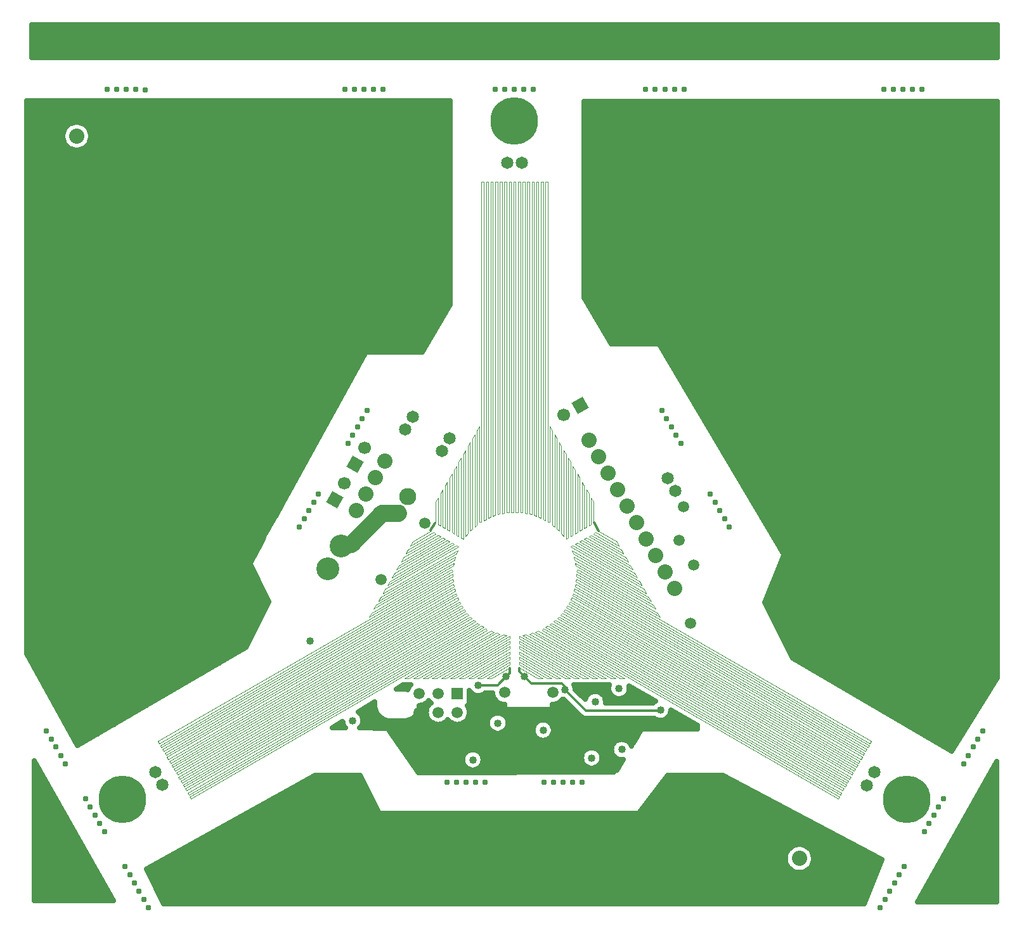
<source format=gbr>
G04 DipTrace 3.0.0.2*
G04 Inner1.gbr*
%MOIN*%
G04 #@! TF.FileFunction,Copper,L2,Inr*
G04 #@! TF.Part,Single*
%AMOUTLINE6*5,1,4,0,0,0.094653,-164.999604*%
%AMOUTLINE9*5,1,4,0,0,0.094653,-195.000396*%
G04 #@! TA.AperFunction,Conductor*
%ADD13C,0.012992*%
G04 #@! TA.AperFunction,ComponentPad*
%ADD16C,0.09*%
G04 #@! TA.AperFunction,Conductor*
%ADD18C,0.013*%
G04 #@! TA.AperFunction,CopperBalancing*
%ADD19C,0.025*%
G04 #@! TA.AperFunction,Nonconductor*
%ADD20C,0.004*%
G04 #@! TA.AperFunction,ComponentPad*
%ADD23C,0.12*%
%ADD24C,0.065*%
%ADD31C,0.066929*%
%ADD32R,0.059055X0.059055*%
%ADD33C,0.059055*%
%ADD38C,0.08*%
%ADD39C,0.25*%
%ADD40C,0.031*%
G04 #@! TA.AperFunction,ViaPad*
%ADD41C,0.04*%
%ADD43C,0.059*%
G04 #@! TA.AperFunction,ComponentPad*
%ADD104OUTLINE6*%
%ADD107OUTLINE9*%
%FSLAX26Y26*%
G04*
G70*
G90*
G75*
G01*
G04 Inner1*
%LPD*%
X2392699Y4327518D2*
D16*
X2307451D1*
X2146215Y4166282D1*
X2091301Y4155262D1*
X2585528Y4276448D2*
D13*
X2563753Y4239432D1*
X3421892Y4277900D2*
X3447476Y4236529D1*
X3057411Y3467768D2*
D18*
X3028699Y3496479D1*
Y3513353D1*
X3269699Y3400518D2*
D13*
Y3397518D1*
X3378699Y3288518D1*
X3768699D1*
X3771699Y3291518D1*
X3269699Y3400518D2*
Y3416400D1*
X3254016Y3432084D1*
X3093094D1*
X3057411Y3467768D1*
X2960474D2*
X2978699Y3485993D1*
Y3512402D1*
X2813299Y3421727D2*
X2914433D1*
X2960474Y3467768D1*
D41*
X3154699Y3186518D3*
X3428655Y3336589D3*
X2916199Y3224018D3*
X2784972Y3030371D3*
X2153789Y3236600D3*
X3567699Y3084518D3*
X3553642Y3405332D3*
X3301169Y3280345D3*
X3442699Y3400518D3*
D43*
X3204505Y3385713D3*
X2952143Y3384962D3*
X2531699Y4276518D3*
D41*
X1928812Y3655306D3*
X3409699Y3040518D3*
D43*
X3927699Y3750518D3*
X2303699Y3980269D3*
X3891199Y4361518D3*
X3869949Y4186768D3*
X3944950Y4055518D3*
D41*
X3269699Y3400518D3*
X2960474Y3467768D3*
X3057411D3*
X3771699Y3291518D3*
X2813299Y3421727D3*
X3371096Y6470664D2*
D19*
X5541121D1*
X3371096Y6445795D2*
X5541121D1*
X3371096Y6420927D2*
X5541121D1*
X3371096Y6396058D2*
X5541121D1*
X3371096Y6371189D2*
X5541121D1*
X3371096Y6346320D2*
X5541121D1*
X3371096Y6321451D2*
X5541121D1*
X3371096Y6296583D2*
X5541121D1*
X3371096Y6271714D2*
X5541121D1*
X3371096Y6246845D2*
X5541121D1*
X3371096Y6221976D2*
X5541121D1*
X3371096Y6197108D2*
X5541121D1*
X3371096Y6172239D2*
X5541121D1*
X3371096Y6147370D2*
X5541121D1*
X3371096Y6122501D2*
X5541121D1*
X3371096Y6097633D2*
X5541121D1*
X3371096Y6072764D2*
X5541121D1*
X3371096Y6047895D2*
X5541121D1*
X3371096Y6023026D2*
X5541121D1*
X3371096Y5998157D2*
X5541121D1*
X3371096Y5973289D2*
X5541121D1*
X3371096Y5948420D2*
X5541121D1*
X3371096Y5923551D2*
X5541121D1*
X3371096Y5898682D2*
X5541121D1*
X3371096Y5873814D2*
X5541121D1*
X3371096Y5848945D2*
X5541121D1*
X3371096Y5824076D2*
X5541121D1*
X3371096Y5799207D2*
X5541121D1*
X3371096Y5774339D2*
X5541121D1*
X3371096Y5749470D2*
X5541121D1*
X3371096Y5724601D2*
X5541121D1*
X3371096Y5699732D2*
X5541121D1*
X3371096Y5674864D2*
X5541121D1*
X3371096Y5649995D2*
X5541121D1*
X3371096Y5625126D2*
X5541121D1*
X3371096Y5600257D2*
X5541121D1*
X3371096Y5575388D2*
X5541121D1*
X3371096Y5550520D2*
X5541121D1*
X3371096Y5525651D2*
X5541121D1*
X3371096Y5500782D2*
X5541121D1*
X3371096Y5475913D2*
X5541121D1*
X3377370Y5451045D2*
X5541121D1*
X3392311Y5426176D2*
X5541121D1*
X3407205Y5401307D2*
X5541121D1*
X3422146Y5376438D2*
X5541121D1*
X3437038Y5351570D2*
X5541121D1*
X3451979Y5326701D2*
X5541121D1*
X3466873Y5301832D2*
X5541121D1*
X3481814Y5276963D2*
X5541121D1*
X3496755Y5252094D2*
X5541121D1*
X3511647Y5227226D2*
X5541121D1*
X3776491Y5202357D2*
X5541121D1*
X3791139Y5177488D2*
X5541121D1*
X3805837Y5152619D2*
X5541121D1*
X3820534Y5127751D2*
X5541121D1*
X3835231Y5102882D2*
X5541121D1*
X3849929Y5078013D2*
X5541121D1*
X3864626Y5053144D2*
X5541121D1*
X3879323Y5028276D2*
X5541121D1*
X3894021Y5003407D2*
X5541121D1*
X3908718Y4978538D2*
X5541121D1*
X3923415Y4953669D2*
X5541121D1*
X3938113Y4928801D2*
X5541121D1*
X3952810Y4903932D2*
X5541121D1*
X3967507Y4879063D2*
X5541121D1*
X3982205Y4854194D2*
X5541121D1*
X3996902Y4829325D2*
X5541121D1*
X4011598Y4804457D2*
X5541121D1*
X4026297Y4779588D2*
X5541121D1*
X4040993Y4754719D2*
X5541121D1*
X4055690Y4729850D2*
X5541121D1*
X4070387Y4704982D2*
X5541121D1*
X4085085Y4680113D2*
X5541121D1*
X4099782Y4655244D2*
X5541121D1*
X4114479Y4630375D2*
X5541121D1*
X4129177Y4605507D2*
X5541121D1*
X4143825Y4580638D2*
X5541121D1*
X4158522Y4555769D2*
X5541121D1*
X4173220Y4530900D2*
X5541121D1*
X4187917Y4506031D2*
X5541121D1*
X4202614Y4481163D2*
X5541121D1*
X4217311Y4456294D2*
X5541121D1*
X4232009Y4431425D2*
X5541121D1*
X4246706Y4406556D2*
X5541121D1*
X4261403Y4381688D2*
X5541121D1*
X4276101Y4356819D2*
X5541121D1*
X4290798Y4331950D2*
X5541121D1*
X4305495Y4307081D2*
X5541121D1*
X4320193Y4282213D2*
X5541121D1*
X4334890Y4257344D2*
X5541121D1*
X4349587Y4232475D2*
X5541121D1*
X4364285Y4207606D2*
X5541121D1*
X4378982Y4182738D2*
X5541121D1*
X4393678Y4157869D2*
X5541121D1*
X4408377Y4133000D2*
X5541121D1*
X4422097Y4108131D2*
X5541121D1*
X4412136Y4083262D2*
X5541121D1*
X4402223Y4058394D2*
X5541121D1*
X4392262Y4033525D2*
X5541121D1*
X4382302Y4008656D2*
X5541121D1*
X4372341Y3983787D2*
X5541121D1*
X4362429Y3958919D2*
X5541121D1*
X4352469Y3934050D2*
X5541121D1*
X4342507Y3909181D2*
X5541121D1*
X4332594Y3884312D2*
X5541121D1*
X4322634Y3859444D2*
X5541121D1*
X4334304Y3834575D2*
X5541121D1*
X4346755Y3809706D2*
X5541121D1*
X4359157Y3784837D2*
X5541121D1*
X4371609Y3759969D2*
X5541121D1*
X4384059Y3735100D2*
X5541121D1*
X4396462Y3710231D2*
X5541121D1*
X4408913Y3685362D2*
X5541121D1*
X4421365Y3660493D2*
X5541121D1*
X4433766Y3635625D2*
X5541121D1*
X4446218Y3610756D2*
X5541121D1*
X4458621Y3585887D2*
X5541121D1*
X4478151Y3561018D2*
X5541121D1*
X4520437Y3536150D2*
X5541121D1*
X4562722Y3511281D2*
X5541121D1*
X4605007Y3486412D2*
X5541121D1*
X4647293Y3461543D2*
X5541071D1*
X4689577Y3436675D2*
X5525495D1*
X4731814Y3411806D2*
X5509969D1*
X4774098Y3386937D2*
X5494441D1*
X4816385Y3362068D2*
X5478865D1*
X4858669Y3337199D2*
X5463337D1*
X4900954Y3312331D2*
X5447810D1*
X4943239Y3287462D2*
X5432234D1*
X4985475Y3262593D2*
X5416706D1*
X5027761Y3237724D2*
X5401178D1*
X5070046Y3212856D2*
X5385602D1*
X5112331Y3187987D2*
X5370075D1*
X5154617Y3163118D2*
X5354549D1*
X5196902Y3138249D2*
X5338971D1*
X5239138Y3113381D2*
X5323445D1*
X5281423Y3088512D2*
X5307917D1*
X5531096Y6495533D2*
X3368596D1*
Y5461500D1*
X3513199Y5220490D1*
X3758051Y5220379D1*
X3761770Y5219171D1*
X3764934Y5216871D1*
X3766857Y5214392D1*
X4417719Y4112630D1*
X4418571Y4108814D1*
X4418202Y4104920D1*
X4399133Y4056967D1*
X4319770Y3858562D1*
X4465621Y3566933D1*
X5301936Y3074982D1*
X5543610Y3461642D1*
X5543596Y6495533D1*
X5531096D1*
X442500Y6474875D2*
X2662525D1*
X442500Y6450007D2*
X2662525D1*
X442500Y6425138D2*
X2662525D1*
X442500Y6400269D2*
X2662525D1*
X442500Y6375400D2*
X662427D1*
X742573D2*
X2662525D1*
X442500Y6350531D2*
X637281D1*
X767719D2*
X2662525D1*
X442500Y6325663D2*
X627759D1*
X777241D2*
X2662525D1*
X442500Y6300794D2*
X627417D1*
X777583D2*
X2662525D1*
X442500Y6275925D2*
X636109D1*
X768891D2*
X2662525D1*
X442500Y6251056D2*
X659302D1*
X745698D2*
X2662525D1*
X442500Y6226188D2*
X2662525D1*
X442500Y6201319D2*
X2662525D1*
X442500Y6176450D2*
X2662525D1*
X442500Y6151581D2*
X2662525D1*
X442500Y6126713D2*
X2662525D1*
X442500Y6101844D2*
X2662525D1*
X442500Y6076975D2*
X2662525D1*
X442500Y6052106D2*
X2662525D1*
X442500Y6027238D2*
X2662525D1*
X442500Y6002369D2*
X2662525D1*
X442500Y5977500D2*
X2662525D1*
X442500Y5952631D2*
X2662525D1*
X442500Y5927762D2*
X2662525D1*
X442500Y5902894D2*
X2662525D1*
X442500Y5878025D2*
X2662525D1*
X442500Y5853156D2*
X2662525D1*
X442500Y5828287D2*
X2662525D1*
X442500Y5803419D2*
X2662525D1*
X442500Y5778550D2*
X2662525D1*
X442500Y5753681D2*
X2662525D1*
X442500Y5728812D2*
X2662525D1*
X442500Y5703944D2*
X2662525D1*
X442500Y5679075D2*
X2662525D1*
X442500Y5654206D2*
X2662525D1*
X442500Y5629337D2*
X2662525D1*
X442500Y5604469D2*
X2662525D1*
X442500Y5579600D2*
X2662525D1*
X442500Y5554731D2*
X2662525D1*
X442500Y5529862D2*
X2662525D1*
X442500Y5504993D2*
X2662525D1*
X442500Y5480125D2*
X2662525D1*
X442500Y5455256D2*
X2662525D1*
X442500Y5430387D2*
X2662525D1*
X442500Y5405518D2*
X2650025D1*
X442500Y5380650D2*
X2635669D1*
X442500Y5355781D2*
X2621314D1*
X442500Y5330912D2*
X2606958D1*
X442500Y5306043D2*
X2592602D1*
X442500Y5281175D2*
X2578247D1*
X442500Y5256306D2*
X2563891D1*
X442500Y5231437D2*
X2549537D1*
X442500Y5206568D2*
X2535181D1*
X442500Y5181699D2*
X2520825D1*
X442500Y5156831D2*
X2207789D1*
X442500Y5131962D2*
X2194262D1*
X442500Y5107093D2*
X2180689D1*
X442500Y5082224D2*
X2167114D1*
X442500Y5057356D2*
X2153541D1*
X442500Y5032487D2*
X2139966D1*
X442500Y5007618D2*
X2126441D1*
X442500Y4982749D2*
X2112866D1*
X442500Y4957881D2*
X2099291D1*
X442500Y4933012D2*
X2085718D1*
X442500Y4908143D2*
X2072143D1*
X442500Y4883274D2*
X2058618D1*
X442500Y4858406D2*
X2045043D1*
X442500Y4833537D2*
X2031470D1*
X442500Y4808668D2*
X2017895D1*
X442500Y4783799D2*
X2004322D1*
X442500Y4758930D2*
X1990795D1*
X442500Y4734062D2*
X1977222D1*
X442500Y4709193D2*
X1963647D1*
X442500Y4684324D2*
X1950073D1*
X442500Y4659455D2*
X1936499D1*
X442500Y4634587D2*
X1922925D1*
X442500Y4609718D2*
X1909399D1*
X442500Y4584849D2*
X1895825D1*
X442500Y4559980D2*
X1882251D1*
X442500Y4535112D2*
X1868677D1*
X442500Y4510243D2*
X1855102D1*
X442500Y4485374D2*
X1841577D1*
X442500Y4460505D2*
X1828003D1*
X442500Y4435636D2*
X1814429D1*
X442500Y4410768D2*
X1800854D1*
X442500Y4385899D2*
X1787281D1*
X442500Y4361030D2*
X1773755D1*
X442500Y4336161D2*
X1760181D1*
X442500Y4311293D2*
X1746314D1*
X442500Y4286424D2*
X1731177D1*
X442500Y4261555D2*
X1716822D1*
X442500Y4236686D2*
X1702466D1*
X442500Y4211818D2*
X1688110D1*
X442500Y4186949D2*
X1675610D1*
X442500Y4162080D2*
X1665210D1*
X442500Y4137211D2*
X1651635D1*
X442500Y4112343D2*
X1638110D1*
X442500Y4087474D2*
X1624537D1*
X442500Y4062605D2*
X1610962D1*
X442500Y4037736D2*
X1623266D1*
X442500Y4012867D2*
X1635718D1*
X442500Y3987999D2*
X1648169D1*
X442500Y3963130D2*
X1660571D1*
X442500Y3938261D2*
X1673022D1*
X442500Y3913392D2*
X1685474D1*
X442500Y3888524D2*
X1697875D1*
X442500Y3863655D2*
X1710327D1*
X442500Y3838786D2*
X1699291D1*
X442500Y3813917D2*
X1686841D1*
X442500Y3789049D2*
X1674438D1*
X442500Y3764180D2*
X1661987D1*
X442500Y3739311D2*
X1649537D1*
X442500Y3714442D2*
X1637134D1*
X442500Y3689573D2*
X1624682D1*
X442500Y3664705D2*
X1612231D1*
X442500Y3639836D2*
X1599829D1*
X442500Y3614967D2*
X1579858D1*
X442719Y3590098D2*
X1537231D1*
X456391Y3565230D2*
X1494605D1*
X470063Y3540361D2*
X1451978D1*
X483735Y3515492D2*
X1409350D1*
X497407Y3490623D2*
X1366723D1*
X511079Y3465755D2*
X1324047D1*
X524751Y3440886D2*
X1281421D1*
X538423Y3416017D2*
X1238794D1*
X552094Y3391148D2*
X1196167D1*
X565815Y3366280D2*
X1153541D1*
X579487Y3341411D2*
X1110913D1*
X593159Y3316542D2*
X1068286D1*
X606831Y3291673D2*
X1025659D1*
X620503Y3266804D2*
X983033D1*
X634175Y3241936D2*
X940357D1*
X647846Y3217067D2*
X897730D1*
X661518Y3192198D2*
X855102D1*
X675239Y3167329D2*
X812475D1*
X688911Y3142461D2*
X769849D1*
X702583Y3117592D2*
X727222D1*
X775773Y6306478D2*
X773970Y6295085D1*
X770406Y6284117D1*
X765169Y6273840D1*
X758390Y6264509D1*
X750235Y6256354D1*
X740904Y6249575D1*
X730627Y6244339D1*
X719659Y6240774D1*
X708266Y6238971D1*
X696734D1*
X685341Y6240774D1*
X674373Y6244339D1*
X664096Y6249575D1*
X654765Y6256354D1*
X646610Y6264509D1*
X639831Y6273840D1*
X634594Y6284117D1*
X631030Y6295085D1*
X629227Y6306478D1*
Y6318010D1*
X631030Y6329403D1*
X634594Y6340371D1*
X639831Y6350648D1*
X646610Y6359979D1*
X654765Y6368134D1*
X664096Y6374913D1*
X674373Y6380150D1*
X685341Y6383714D1*
X696734Y6385517D1*
X708266D1*
X719659Y6383714D1*
X730627Y6380150D1*
X740904Y6374913D1*
X750235Y6368134D1*
X758390Y6359979D1*
X765169Y6350648D1*
X770406Y6340371D1*
X773970Y6329403D1*
X775773Y6318010D1*
Y6306478D1*
X1696600Y4222244D2*
X1744207Y4304522D1*
X1749109Y4311690D1*
X1784125Y4375493D1*
X2217597Y5169873D1*
X2220440Y5172559D1*
X2223972Y5174236D1*
X2227970Y5174731D1*
X2360459Y5174744D1*
X2374131Y5176390D1*
X2394385Y5177234D1*
X2520762D1*
X2664999Y5427121D1*
X2665000Y6499744D1*
X440000D1*
Y3590417D1*
X707297Y3104461D1*
X1593016Y3621182D1*
X1713539Y3862273D1*
X1615583Y4058471D1*
X1615000Y4062339D1*
X1615642Y4066197D1*
X1622512Y4079203D1*
X1670093Y4166436D1*
X1672339Y4173083D1*
X1680954Y4193458D1*
X1690350Y4211419D1*
X1696600Y4222244D1*
X1912970Y2923783D2*
X2204210D1*
X3792121D2*
X4143371D1*
X1868196Y2898915D2*
X2216661D1*
X3773469D2*
X4190344D1*
X1823469Y2874046D2*
X2229064D1*
X3754816D2*
X4237316D1*
X1778693Y2849177D2*
X2241516D1*
X3736164D2*
X4284289D1*
X1733917Y2824308D2*
X2253966D1*
X3717512D2*
X4331261D1*
X1689142Y2799440D2*
X2266369D1*
X3698860D2*
X4378234D1*
X1644416Y2774571D2*
X2278820D1*
X3680207D2*
X4425207D1*
X1599640Y2749702D2*
X2291272D1*
X3661554D2*
X4472180D1*
X1554865Y2724833D2*
X4519152D1*
X1510089Y2699965D2*
X4566125D1*
X1465314Y2675096D2*
X4613097D1*
X1420588Y2650227D2*
X4660070D1*
X1375812Y2625358D2*
X4707042D1*
X1331037Y2600490D2*
X4754016D1*
X1286261Y2575621D2*
X4464220D1*
X4539777D2*
X4800988D1*
X1241535Y2550752D2*
X4437560D1*
X4566437D2*
X4847961D1*
X1196760Y2525883D2*
X4427501D1*
X4576496D2*
X4894982D1*
X1151984Y2501014D2*
X4426720D1*
X4577277D2*
X4931993D1*
X1107209Y2476146D2*
X4434874D1*
X4569123D2*
X4922033D1*
X1073420Y2451277D2*
X4456848D1*
X4547150D2*
X4912072D1*
X1085822Y2426408D2*
X4902160D1*
X1098273Y2401539D2*
X4892199D1*
X1110724Y2376671D2*
X4882238D1*
X1123126Y2351802D2*
X4872277D1*
X1135577Y2326933D2*
X4862365D1*
X1148029Y2302064D2*
X4852404D1*
X1160432Y2277196D2*
X4842444D1*
X4575272Y2505386D2*
X4573469Y2493993D1*
X4569904Y2483025D1*
X4564668Y2472748D1*
X4557888Y2463417D1*
X4549734Y2455262D1*
X4540403Y2448483D1*
X4530126Y2443247D1*
X4519157Y2439682D1*
X4507765Y2437879D1*
X4496232D1*
X4484840Y2439682D1*
X4473871Y2443247D1*
X4463594Y2448483D1*
X4454264Y2455262D1*
X4446109Y2463417D1*
X4439329Y2472748D1*
X4434093Y2483025D1*
X4430529Y2493993D1*
X4428726Y2505386D1*
Y2516919D1*
X4430529Y2528311D1*
X4434093Y2539280D1*
X4439329Y2549556D1*
X4446109Y2558887D1*
X4454264Y2567042D1*
X4463594Y2573822D1*
X4473871Y2579058D1*
X4484840Y2582622D1*
X4496232Y2584425D1*
X4507765D1*
X4519157Y2582622D1*
X4530126Y2579058D1*
X4540403Y2573822D1*
X4549734Y2567042D1*
X4557888Y2558887D1*
X4564668Y2549556D1*
X4569904Y2539280D1*
X4573469Y2528311D1*
X4575272Y2516919D1*
Y2505386D1*
X1068529Y2456042D2*
X1159745Y2273612D1*
X4843551Y2273652D1*
X4936232Y2505394D1*
X4098873Y2948664D1*
X3808199Y2948652D1*
X3660702Y2752180D1*
X3657504Y2749929D1*
X3653766Y2748778D1*
X3614499Y2748652D1*
X2300043Y2748806D1*
X2296324Y2750014D1*
X2293160Y2752314D1*
X2290693Y2755843D1*
X2194252Y2948693D1*
X1955172Y2948652D1*
X1068503Y2456022D1*
X481976Y2987944D2*
X499119D1*
X481976Y2963075D2*
X513134D1*
X481976Y2938206D2*
X527098D1*
X481976Y2913337D2*
X541112D1*
X481976Y2888469D2*
X555077D1*
X481976Y2863600D2*
X569091D1*
X481976Y2838731D2*
X583055D1*
X481976Y2813862D2*
X597070D1*
X481976Y2788993D2*
X611034D1*
X481976Y2764125D2*
X625047D1*
X481976Y2739256D2*
X639013D1*
X481976Y2714387D2*
X653026D1*
X481976Y2689518D2*
X666991D1*
X481976Y2664650D2*
X681005D1*
X481976Y2639781D2*
X694970D1*
X481976Y2614912D2*
X708983D1*
X481976Y2590043D2*
X722948D1*
X481976Y2565175D2*
X736962D1*
X481976Y2540306D2*
X750927D1*
X481976Y2515437D2*
X764940D1*
X481976Y2490568D2*
X778906D1*
X481976Y2465699D2*
X792870D1*
X481976Y2440831D2*
X806883D1*
X481976Y2415962D2*
X820849D1*
X481976Y2391093D2*
X834862D1*
X481976Y2366224D2*
X848827D1*
X481976Y2341356D2*
X862841D1*
X481976Y2316487D2*
X876806D1*
X481976Y2291618D2*
X890819D1*
X479476Y3027345D2*
Y2287550D1*
X895639D1*
X479472Y3027337D1*
X5519856Y2984169D2*
X5537024D1*
X5505841Y2959301D2*
X5537024D1*
X5491877Y2934432D2*
X5537024D1*
X5477864Y2909563D2*
X5537024D1*
X5463898Y2884694D2*
X5537024D1*
X5449885Y2859825D2*
X5537024D1*
X5435920Y2834957D2*
X5537024D1*
X5421906Y2810088D2*
X5537024D1*
X5407941Y2785219D2*
X5537024D1*
X5393928Y2760350D2*
X5537024D1*
X5379962Y2735482D2*
X5537024D1*
X5365949Y2710613D2*
X5537024D1*
X5351984Y2685744D2*
X5537024D1*
X5337970Y2660875D2*
X5537024D1*
X5324005Y2636007D2*
X5537024D1*
X5309992Y2611138D2*
X5537024D1*
X5296028Y2586269D2*
X5537024D1*
X5282013Y2561400D2*
X5537024D1*
X5268049Y2536531D2*
X5537024D1*
X5254035Y2511663D2*
X5537024D1*
X5240070Y2486794D2*
X5537024D1*
X5226105Y2461925D2*
X5537024D1*
X5212092Y2437056D2*
X5537024D1*
X5198126Y2412188D2*
X5537024D1*
X5184113Y2387319D2*
X5537024D1*
X5170148Y2362450D2*
X5537024D1*
X5156134Y2337581D2*
X5537024D1*
X5142169Y2312713D2*
X5537024D1*
X5128156Y2287844D2*
X5537024D1*
X5539499Y2296276D2*
Y3023571D1*
X5123358Y2283751D1*
X5539499Y2283776D1*
Y2296276D1*
X469702Y6875214D2*
X5539727D1*
X469702Y6850345D2*
X5539727D1*
X469702Y6825476D2*
X5539727D1*
X469702Y6800608D2*
X5539727D1*
X469702Y6775739D2*
X5539727D1*
X469702Y6750870D2*
X5539727D1*
X469702Y6726001D2*
X5539727D1*
X467202Y6887583D2*
Y6725083D1*
X5542202D1*
Y6900083D1*
X467202D1*
Y6887583D1*
X2395084Y3407531D2*
X2444381D1*
X3325260D2*
X3497701D1*
X3609585D2*
X3625045D1*
X3343619Y3382663D2*
X3398971D1*
X3458365D2*
X3502681D1*
X3604605D2*
X3668160D1*
X2769205Y3357794D2*
X2892818D1*
X3368472D2*
X3377012D1*
X3480289D2*
X3526608D1*
X3580680D2*
X3711226D1*
X2547818Y3332925D2*
X2559587D1*
X2769205D2*
X2914108D1*
X3241373D2*
X3275240D1*
X3484537D2*
X3735299D1*
X2229849Y3308056D2*
X2267428D1*
X2505972D2*
X2544625D1*
X2762760D2*
X2949654D1*
X3204654D2*
X3300093D1*
X2188541Y3283188D2*
X2274996D1*
X2498404D2*
X2538228D1*
X2769156D2*
X3324996D1*
X3827066D2*
X3840425D1*
X2205192Y3258319D2*
X2293453D1*
X2479948D2*
X2542135D1*
X2765299D2*
X2872652D1*
X2959781D2*
X3349996D1*
X3816129D2*
X3883492D1*
X2209684Y3233450D2*
X2558980D1*
X2648404D2*
X2659012D1*
X2748404D2*
X2861031D1*
X2971353D2*
X3126509D1*
X3182877D2*
X3926558D1*
X2064615Y3208581D2*
X2105709D1*
X2201871D2*
X2862496D1*
X2969937D2*
X3103463D1*
X3205924D2*
X3963864D1*
X2348013Y3183713D2*
X2878512D1*
X2953873D2*
X3098776D1*
X3210612D2*
X3664693D1*
X2365055Y3158844D2*
X3106392D1*
X3202993D2*
X3649556D1*
X2382047Y3133975D2*
X3142135D1*
X3167252D2*
X3544820D1*
X3590592D2*
X3634420D1*
X2399088Y3109106D2*
X3517672D1*
X2416080Y3084238D2*
X3376364D1*
X3443033D2*
X3511715D1*
X2433121Y3059369D2*
X2737496D1*
X2832437D2*
X3357125D1*
X3462272D2*
X3517965D1*
X2450113Y3034500D2*
X2729146D1*
X2840836D2*
X3354049D1*
X3465348D2*
X3546236D1*
X2467154Y3009631D2*
X2733150D1*
X2836783D2*
X3363521D1*
X3455875D2*
X3558688D1*
X2484146Y2984762D2*
X2754488D1*
X2815445D2*
X3543551D1*
X3089144Y3294499D2*
X2952144Y3294462D1*
X2952143Y3321962D1*
X2942287Y3322738D1*
X2932675Y3325046D1*
X2923542Y3328828D1*
X2915113Y3333993D1*
X2907596Y3340415D1*
X2901175Y3347932D1*
X2896009Y3356361D1*
X2892227Y3365493D1*
X2889919Y3375106D1*
X2889270Y3381738D1*
X2848857Y3381731D1*
X2841253Y3376110D1*
X2833773Y3372299D1*
X2825789Y3369705D1*
X2817497Y3368392D1*
X2809101D1*
X2800810Y3369705D1*
X2792825Y3372299D1*
X2785345Y3376110D1*
X2778554Y3381046D1*
X2772618Y3386982D1*
X2767682Y3393773D1*
X2766728Y3395478D1*
X2766727Y3317241D1*
X2754764D1*
X2759857Y3308883D1*
X2763642Y3299745D1*
X2765951Y3290129D1*
X2766727Y3280269D1*
X2765951Y3270409D1*
X2763642Y3260793D1*
X2759857Y3251655D1*
X2754690Y3243222D1*
X2748266Y3235702D1*
X2740747Y3229278D1*
X2732314Y3224112D1*
X2723176Y3220327D1*
X2713559Y3218017D1*
X2703699Y3217241D1*
X2693840Y3218017D1*
X2684223Y3220327D1*
X2675085Y3224112D1*
X2666652Y3229278D1*
X2659133Y3235702D1*
X2653727Y3241932D1*
X2648266Y3235702D1*
X2640747Y3229278D1*
X2632314Y3224112D1*
X2623176Y3220327D1*
X2613559Y3218017D1*
X2603699Y3217241D1*
X2593840Y3218017D1*
X2584223Y3220327D1*
X2575085Y3224112D1*
X2566652Y3229278D1*
X2559133Y3235702D1*
X2552709Y3243222D1*
X2547542Y3251655D1*
X2543757Y3260793D1*
X2541448Y3270409D1*
X2540672Y3280269D1*
X2541448Y3290129D1*
X2543757Y3299745D1*
X2547542Y3308883D1*
X2552709Y3317316D1*
X2559133Y3324836D1*
X2565362Y3330241D1*
X2559133Y3335702D1*
X2553727Y3341932D1*
X2548266Y3335702D1*
X2540747Y3329278D1*
X2532314Y3324112D1*
X2523176Y3320327D1*
X2513559Y3318017D1*
X2504144Y3317259D1*
X2503563Y3308802D1*
X2501125Y3296770D1*
X2497541Y3286593D1*
X2492659Y3276971D1*
X2486564Y3268070D1*
X2479360Y3260038D1*
X2471167Y3253017D1*
X2462129Y3247125D1*
X2452399Y3242462D1*
X2442144Y3239110D1*
X2431539Y3237126D1*
X2424731Y3236126D1*
X2351396Y3236520D1*
X2340008Y3237369D1*
X2329451Y3239593D1*
X2319274Y3243177D1*
X2309652Y3248058D1*
X2300751Y3254154D1*
X2292719Y3261358D1*
X2285698Y3269551D1*
X2279806Y3278589D1*
X2275143Y3288319D1*
X2271791Y3298573D1*
X2269807Y3309178D1*
X2269223Y3319953D1*
X2270050Y3330710D1*
X2270680Y3334148D1*
X2183076Y3281396D1*
X2188534Y3277281D1*
X2194470Y3271345D1*
X2199406Y3264554D1*
X2203217Y3257073D1*
X2205811Y3249089D1*
X2207123Y3240798D1*
Y3232402D1*
X2205811Y3224110D1*
X2203217Y3216126D1*
X2199406Y3208646D1*
X2194470Y3201854D1*
X2190571Y3197801D1*
X2331920Y3196766D1*
X2335631Y3195535D1*
X2338781Y3193217D1*
X2347261Y3181176D1*
X2497699Y2961303D1*
X3526080Y2965348D1*
X3534167Y2970751D1*
X3541373Y2977089D1*
X3574454Y3031428D1*
X3567699Y3031018D1*
X3559331Y3031677D1*
X3551167Y3033636D1*
X3543411Y3036849D1*
X3536253Y3041236D1*
X3529869Y3046688D1*
X3524417Y3053072D1*
X3520030Y3060230D1*
X3516818Y3067986D1*
X3514858Y3076150D1*
X3514199Y3084518D1*
X3514858Y3092887D1*
X3516818Y3101051D1*
X3520030Y3108807D1*
X3524417Y3115965D1*
X3529869Y3122349D1*
X3536253Y3127801D1*
X3543411Y3132188D1*
X3551167Y3135400D1*
X3559331Y3137360D1*
X3567699Y3138018D1*
X3576068Y3137360D1*
X3584232Y3135400D1*
X3591988Y3132188D1*
X3599146Y3127801D1*
X3605530Y3122349D1*
X3610982Y3115965D1*
X3615369Y3108807D1*
X3617610Y3103684D1*
X3623241Y3113269D1*
X3634627Y3130219D1*
X3670239Y3188391D1*
X3673206Y3190940D1*
X3676815Y3192446D1*
X3679766Y3192799D1*
X3965558D1*
X3966507Y3211890D1*
X3825135Y3293449D1*
X3825034Y3287320D1*
X3823722Y3279029D1*
X3821127Y3271045D1*
X3817316Y3263564D1*
X3812381Y3256773D1*
X3806445Y3250837D1*
X3799654Y3245902D1*
X3792173Y3242091D1*
X3784189Y3239496D1*
X3775898Y3238184D1*
X3767501D1*
X3759210Y3239496D1*
X3751226Y3242091D1*
X3743745Y3245902D1*
X3739879Y3248530D1*
X3375562Y3248646D1*
X3369362Y3249627D1*
X3363394Y3251567D1*
X3357802Y3254416D1*
X3352724Y3258105D1*
X3306224Y3304430D1*
X3263238Y3347417D1*
X3255647Y3348937D1*
X3249052Y3341165D1*
X3241535Y3334744D1*
X3233106Y3329579D1*
X3223974Y3325797D1*
X3214361Y3323488D1*
X3204505Y3322713D1*
X3202130Y3322806D1*
X3202144Y3294462D1*
X3065144Y3294510D1*
X2443427Y3398573D2*
X2445470Y3404388D1*
X2449959Y3413201D1*
X2455773Y3421202D1*
X2458752Y3424425D1*
X2420185Y3424155D1*
X2383038Y3401772D1*
X2424479Y3401428D1*
X2431916Y3400882D1*
X2442877Y3398740D1*
X3733079Y3328493D2*
X3740253Y3334801D1*
X3746652Y3338762D1*
X3604908Y3420597D1*
X3606483Y3413701D1*
X3607142Y3405332D1*
X3606483Y3396963D1*
X3604524Y3388799D1*
X3601311Y3381043D1*
X3596924Y3373886D1*
X3591472Y3367501D1*
X3585088Y3362050D1*
X3577930Y3357663D1*
X3570175Y3354450D1*
X3562010Y3352491D1*
X3553642Y3351832D1*
X3545273Y3352491D1*
X3537109Y3354450D1*
X3529353Y3357663D1*
X3522196Y3362050D1*
X3515811Y3367501D1*
X3510360Y3373886D1*
X3505972Y3381043D1*
X3502760Y3388799D1*
X3500801Y3396963D1*
X3500142Y3405332D1*
X3500801Y3413701D1*
X3502760Y3421865D1*
X3504129Y3425575D1*
X3498819Y3426934D1*
X3493438Y3425492D1*
X3486969Y3424898D1*
X3460184Y3425007D1*
X3454681Y3425878D1*
X3450819Y3426934D1*
X3445438Y3425492D1*
X3438969Y3424898D1*
X3412184Y3425007D1*
X3406681Y3425878D1*
X3402819Y3426933D1*
X3397438Y3425492D1*
X3390969Y3424898D1*
X3364184Y3425007D1*
X3358681Y3425878D1*
X3354819Y3426933D1*
X3349438Y3425492D1*
X3342969Y3424898D1*
X3317369Y3424807D1*
X3320581Y3417051D1*
X3322541Y3408887D1*
X3323198Y3400567D1*
X3376253Y3347528D1*
X3379227Y3357063D1*
X3383038Y3364543D1*
X3387974Y3371335D1*
X3393909Y3377270D1*
X3400701Y3382206D1*
X3408181Y3386017D1*
X3416165Y3388612D1*
X3424457Y3389924D1*
X3432853D1*
X3441144Y3388612D1*
X3449129Y3386017D1*
X3456609Y3382206D1*
X3463400Y3377270D1*
X3469336Y3371335D1*
X3474272Y3364543D1*
X3478083Y3357063D1*
X3480677Y3349079D1*
X3481990Y3340787D1*
Y3332391D1*
X3481529Y3328497D1*
X3733045Y3328514D1*
X3208034Y3182320D2*
X3206722Y3174029D1*
X3204127Y3166045D1*
X3200316Y3158564D1*
X3195381Y3151773D1*
X3189445Y3145837D1*
X3182654Y3140902D1*
X3175173Y3137091D1*
X3167189Y3134496D1*
X3158898Y3133184D1*
X3150501D1*
X3142210Y3134496D1*
X3134226Y3137091D1*
X3126745Y3140902D1*
X3119954Y3145837D1*
X3114018Y3151773D1*
X3109083Y3158564D1*
X3105272Y3166045D1*
X3102677Y3174029D1*
X3101365Y3182320D1*
Y3190717D1*
X3102677Y3199008D1*
X3105272Y3206992D1*
X3109083Y3214472D1*
X3114018Y3221264D1*
X3119954Y3227199D1*
X3126745Y3232135D1*
X3134226Y3235946D1*
X3142210Y3238541D1*
X3150501Y3239853D1*
X3158898D1*
X3167189Y3238541D1*
X3175173Y3235946D1*
X3182654Y3232135D1*
X3189445Y3227199D1*
X3195381Y3221264D1*
X3200316Y3214472D1*
X3204127Y3206992D1*
X3206722Y3199008D1*
X3208034Y3190717D1*
Y3182320D1*
X2969534Y3219820D2*
X2968222Y3211529D1*
X2965627Y3203545D1*
X2961816Y3196064D1*
X2956881Y3189273D1*
X2950945Y3183337D1*
X2944154Y3178402D1*
X2936673Y3174591D1*
X2928689Y3171996D1*
X2920398Y3170684D1*
X2912001D1*
X2903710Y3171996D1*
X2895726Y3174591D1*
X2888245Y3178402D1*
X2881454Y3183337D1*
X2875518Y3189273D1*
X2870583Y3196064D1*
X2866772Y3203545D1*
X2864177Y3211529D1*
X2862865Y3219820D1*
Y3228217D1*
X2864177Y3236508D1*
X2866772Y3244492D1*
X2870583Y3251972D1*
X2875518Y3258764D1*
X2881454Y3264699D1*
X2888245Y3269635D1*
X2895726Y3273446D1*
X2903710Y3276041D1*
X2912001Y3277353D1*
X2920398D1*
X2928689Y3276041D1*
X2936673Y3273446D1*
X2944154Y3269635D1*
X2950945Y3264699D1*
X2956881Y3258764D1*
X2961816Y3251972D1*
X2965627Y3244492D1*
X2968222Y3236508D1*
X2969534Y3228217D1*
Y3219820D1*
X2838307Y3026173D2*
X2836995Y3017882D1*
X2834400Y3009898D1*
X2830589Y3002417D1*
X2825654Y2995626D1*
X2819718Y2989690D1*
X2812927Y2984755D1*
X2805446Y2980944D1*
X2797462Y2978349D1*
X2789171Y2977037D1*
X2780774D1*
X2772483Y2978349D1*
X2764499Y2980944D1*
X2757018Y2984755D1*
X2750227Y2989690D1*
X2744291Y2995626D1*
X2739356Y3002417D1*
X2735545Y3009898D1*
X2732950Y3017882D1*
X2731638Y3026173D1*
Y3034570D1*
X2732950Y3042861D1*
X2735545Y3050845D1*
X2739356Y3058325D1*
X2744291Y3065117D1*
X2750227Y3071052D1*
X2757018Y3075988D1*
X2764499Y3079799D1*
X2772483Y3082394D1*
X2780774Y3083706D1*
X2789171D1*
X2797462Y3082394D1*
X2805446Y3079799D1*
X2812927Y3075988D1*
X2819718Y3071052D1*
X2825654Y3065117D1*
X2830589Y3058325D1*
X2834400Y3050845D1*
X2836995Y3042861D1*
X2838307Y3034570D1*
Y3026173D1*
X2116501Y3198268D2*
X2110507Y3205154D1*
X2106119Y3212311D1*
X2102907Y3220067D1*
X2100948Y3228231D1*
X2100533Y3231734D1*
X2045697Y3198696D1*
X2116463Y3198276D1*
X3463034Y3036320D2*
X3461722Y3028029D1*
X3459127Y3020045D1*
X3455316Y3012564D1*
X3450381Y3005773D1*
X3444445Y2999837D1*
X3437654Y2994902D1*
X3430173Y2991091D1*
X3422189Y2988496D1*
X3413898Y2987184D1*
X3405501D1*
X3397210Y2988496D1*
X3389226Y2991091D1*
X3381745Y2994902D1*
X3374954Y2999837D1*
X3369018Y3005773D1*
X3364083Y3012564D1*
X3360272Y3020045D1*
X3357677Y3028029D1*
X3356365Y3036320D1*
Y3044717D1*
X3357677Y3053008D1*
X3360272Y3060992D1*
X3364083Y3068472D1*
X3369018Y3075264D1*
X3374954Y3081199D1*
X3381745Y3086135D1*
X3389226Y3089946D1*
X3397210Y3092541D1*
X3405501Y3093853D1*
X3413898D1*
X3422189Y3092541D1*
X3430173Y3089946D1*
X3437654Y3086135D1*
X3444445Y3081199D1*
X3450381Y3075264D1*
X3455316Y3068472D1*
X3459127Y3060992D1*
X3461722Y3053008D1*
X3463034Y3044717D1*
Y3036320D1*
D24*
X3808699Y4513518D3*
X3848070Y4445327D3*
D104*
X2166287Y4586458D3*
D31*
X2216287Y4673060D3*
D104*
X2059950Y4399018D3*
D31*
X2109950Y4485621D3*
D107*
X3347698Y4896517D3*
D31*
X3261096Y4846517D3*
D16*
X2392699Y4327518D3*
X2442699Y4414121D3*
D32*
X2703699Y3380269D3*
D33*
Y3280269D3*
X2603699Y3380269D3*
Y3280269D3*
X2503699Y3380269D3*
Y3280269D3*
D23*
X2091301Y4155262D3*
X2022400Y4035924D3*
D24*
X2468059Y4835769D3*
X2428689Y4767577D3*
X2661808Y4723269D3*
X2622438Y4655077D3*
X2964778Y6171303D3*
X3043518D3*
X1153764Y2897728D3*
X1114394Y2965920D3*
X4894631Y2965371D3*
X4855261Y2897180D3*
D38*
X3394699Y4712518D3*
X3444699Y4625916D3*
X3494699Y4539314D3*
X3544699Y4452711D3*
X3594699Y4366109D3*
X3644699Y4279507D3*
X3694699Y4192904D3*
X3744699Y4106302D3*
X3794699Y4019698D3*
X3844699Y3933096D3*
X2171199Y4343518D3*
X2221416Y4429995D3*
X2271416Y4516598D3*
X2321416Y4603201D3*
D39*
X3003699Y6392518D3*
X5065699Y2821518D3*
X942699D3*
D38*
X703699Y6311518D3*
X4503699Y2511518D3*
D40*
X862699Y6557518D3*
X913199Y6558018D3*
X963199D3*
X1012699D3*
X1063199Y6557018D3*
X2112699Y6557518D3*
X2163699D3*
X2213199D3*
X2263199Y6558018D3*
X2312699D3*
X2903699D3*
X2953699D3*
X3003699D3*
X3053699D3*
X3103699D3*
X3694199Y6557518D3*
X3744199Y6558018D3*
X3795199D3*
X3844699D3*
X3895199Y6557518D3*
X4944699D3*
X4994699D3*
X5044699D3*
X5094699Y6558518D3*
X5145699Y6557518D3*
X5464699Y3184018D3*
X5439699Y3140518D3*
X5364699Y3010518D3*
X5389699Y3054018D3*
X5414699Y3097518D3*
X5258199Y2826518D3*
X5233199Y2783018D3*
X5158199Y2653018D3*
X5183199Y2696518D3*
X5208199Y2740018D3*
X5026199Y2425018D3*
X5001199Y2381518D3*
X4926199Y2251518D3*
X4951199Y2295018D3*
X4976199Y2338518D3*
X5051199Y2469518D3*
X1080699Y2251518D3*
X1055699Y2295018D3*
X1030699Y2338518D3*
X955699Y2469018D3*
X981199Y2425018D3*
X1005699Y2381518D3*
X849199Y2653018D3*
X824199Y2696518D3*
X799199Y2740018D3*
X749199Y2826018D3*
X774199Y2783018D3*
X642699Y3010518D3*
X617699Y3054018D3*
X592699Y3097518D3*
X543199Y3184018D3*
X567699Y3140518D3*
X3158699Y2912518D3*
X3208699D3*
X3258699D3*
X3308699D3*
X3358699D3*
X2648699Y2912018D3*
X2698699Y2912518D3*
X2748699D3*
X2798699D3*
X2848699D3*
X3778699Y4870018D3*
X3803699Y4826518D3*
X3828699Y4783518D3*
X3853699Y4740018D3*
X3879199Y4696518D3*
X4033699Y4428018D3*
X4058699Y4385018D3*
X4083699Y4341518D3*
X4108699Y4298018D3*
X4133699Y4254518D3*
X2228699Y4870018D3*
X2203199Y4826518D3*
X2178699Y4783518D3*
X2153699Y4740018D3*
X2128699Y4696518D3*
X1973699Y4428018D3*
X1948699Y4384518D3*
X1923699Y4341518D3*
X1898699Y4298518D3*
X1873699Y4255018D3*
X3010436Y4333936D2*
D20*
Y6074047D1*
X3022436Y4333492D2*
Y6074047D1*
X3034436Y4332602D2*
Y6074047D1*
X3046436Y4331265D2*
Y6074047D1*
X3058436Y4329471D2*
Y6074047D1*
X3070436Y4327215D2*
Y6074047D1*
X3082436Y4324487D2*
Y6074047D1*
X3094436Y4321273D2*
Y6074047D1*
X3106436Y4317560D2*
Y6074047D1*
X3118436Y4313328D2*
Y6074047D1*
X3130436Y4308556D2*
Y6074047D1*
X3142436Y4303218D2*
Y6074047D1*
X3154436Y4297281D2*
Y6074047D1*
X3166436Y4290707D2*
Y6074047D1*
X2998436Y4333936D2*
Y6074047D1*
X2986436Y4333492D2*
Y6074047D1*
X2974436Y4332602D2*
Y6074047D1*
X2962436Y4331265D2*
Y6074047D1*
X2950436Y4329471D2*
Y6074047D1*
X2938436Y4327215D2*
Y6074047D1*
X2926436Y4324487D2*
Y6074047D1*
X2914436Y4321273D2*
Y6074047D1*
X2902436Y4317560D2*
Y6074047D1*
X2890436Y4313328D2*
Y6074047D1*
X2878436Y4308556D2*
Y6074047D1*
X2866436Y4303218D2*
Y6074047D1*
X2854436Y4297281D2*
Y6074047D1*
X2842436Y4290707D2*
Y6074047D1*
X2830436Y4283453D2*
Y6074047D1*
X2842436D1*
X2854436D2*
X2866436D1*
X2878436D2*
X2890436D1*
X2902436D2*
X2914436D1*
X2926436D2*
X2938436D1*
X2950436D2*
X2962436D1*
X2974436D2*
X2986436D1*
X2998436D2*
X3010436D1*
X3022436D2*
X3034436D1*
X3046436D2*
X3058436D1*
X3070436D2*
X3082436D1*
X3094436D2*
X3106436D1*
X3118436D2*
X3130436D1*
X3142436D2*
X3154436D1*
X3166436D2*
X3178436D1*
X3166436Y4290707D2*
X3154436Y4297281D1*
X3142436Y4303218D2*
X3130436Y4308556D1*
X3118436Y4313328D2*
X3106436Y4317560D1*
X3094436Y4321273D2*
X3082436Y4324487D1*
X3070436Y4327215D2*
X3058436Y4329471D1*
X3046436Y4331265D2*
X3034436Y4332602D1*
X3022436Y4333492D2*
X3010436Y4333936D1*
X2998436D2*
X2986436Y4333492D1*
X2974436Y4332602D2*
X2962436Y4331265D1*
X2950436Y4329471D2*
X2938436Y4327215D1*
X2842436Y4290707D2*
X2854436Y4297281D1*
X2866436Y4303218D2*
X2878436Y4308556D1*
X2890436Y4313328D2*
X2902436Y4317560D1*
X2914436Y4321273D2*
X2926436Y4324487D1*
X2818436Y4283453D2*
Y4784609D1*
X2806436Y4266663D2*
Y4763824D1*
X2794436Y4256972D2*
Y4743039D1*
X2782436Y4246281D2*
Y4722255D1*
X2770436Y4234446D2*
Y4701470D1*
X2758436Y4221276D2*
Y4680686D1*
X2746436Y4206503D2*
Y4659902D1*
X2734436Y4192786D2*
Y4639117D1*
X2722436Y4199714D2*
Y4618332D1*
X2710436Y4206643D2*
Y4597547D1*
X2698436Y4213571D2*
Y4576762D1*
X2686436Y4220499D2*
Y4555978D1*
X2674436Y4227428D2*
Y4535193D1*
X2662436Y4234356D2*
Y4514409D1*
X2650436Y4241283D2*
Y4493625D1*
X2638436Y4248211D2*
Y4472840D1*
X2626436Y4255140D2*
Y4452055D1*
X2614436Y4262068D2*
Y4431270D1*
X2602436Y4268996D2*
Y4410486D1*
X2590436Y4275925D2*
Y4389701D1*
X2830436Y4283453D2*
X2818436D1*
Y4784609D2*
X2806436Y4763824D1*
X2794436Y4743039D2*
X2782436Y4722255D1*
X2770436Y4701470D2*
X2758436Y4680686D1*
X2746436Y4659902D2*
X2734436Y4639117D1*
X2722436Y4618332D2*
X2710436Y4597547D1*
X2698436Y4576762D2*
X2686436Y4555978D1*
X2674436Y4535193D2*
X2662436Y4514409D1*
X2650436Y4493625D2*
X2638436Y4472840D1*
X2626436Y4452055D2*
X2614436Y4431270D1*
X2602436Y4410486D2*
X2590436Y4389701D1*
X2734436Y4192786D2*
X2722436Y4199714D1*
X2710436Y4206643D2*
X2698436Y4213571D1*
X2686436Y4220499D2*
X2674436Y4227428D1*
X2662436Y4234356D2*
X2650436Y4241283D1*
X2638436Y4248211D2*
X2626436Y4255140D1*
X2614436Y4262068D2*
X2602436Y4268996D1*
X3178436Y4283453D2*
Y6074047D1*
X3190436Y4283453D2*
Y4784609D1*
X3202436Y4266663D2*
Y4763824D1*
X3214436Y4256972D2*
Y4743039D1*
X3226436Y4246281D2*
Y4722255D1*
X3238436Y4234446D2*
Y4701470D1*
X3250436Y4221276D2*
Y4680686D1*
X3262436Y4206503D2*
Y4659902D1*
X3274436Y4192786D2*
Y4639117D1*
X3286436Y4199714D2*
Y4618332D1*
X3298436Y4206643D2*
Y4597547D1*
X3310436Y4213571D2*
Y4576762D1*
X3322436Y4220499D2*
Y4555978D1*
X3334436Y4227428D2*
Y4535193D1*
X3346436Y4234356D2*
Y4514409D1*
X3358436Y4241283D2*
Y4493625D1*
X3370436Y4248211D2*
Y4472840D1*
X3382436Y4255140D2*
Y4452055D1*
X3394436Y4262068D2*
Y4431270D1*
X3406436Y4268996D2*
Y4410486D1*
X3418436Y4275925D2*
Y4389244D1*
X3178436Y4283453D2*
X3190436D1*
Y4784609D2*
X3202436Y4763824D1*
X3214436Y4743039D2*
X3226436Y4722255D1*
X3238436Y4701470D2*
X3250436Y4680686D1*
X3262436Y4659902D2*
X3274436Y4639117D1*
X3286436Y4618332D2*
X3298436Y4597547D1*
X3310436Y4576762D2*
X3322436Y4555978D1*
X3334436Y4535193D2*
X3346436Y4514409D1*
X3358436Y4493625D2*
X3370436Y4472840D1*
X3382436Y4452055D2*
X3394436Y4431270D1*
X3406436Y4410486D2*
X3418436Y4389701D1*
X3274436Y4192786D2*
X3286436Y4199714D1*
X3298436Y4206643D2*
X3310436Y4213571D1*
X3322436Y4220499D2*
X3334436Y4227428D1*
X3346436Y4234356D2*
X3358436Y4241283D1*
X3370436Y4248211D2*
X3382436Y4255140D1*
X3394436Y4262068D2*
X3406436Y4268996D1*
X2746436Y4206503D2*
X2758436Y4221276D1*
X2770436Y4234446D2*
X2782436Y4246281D1*
X2794436Y4256972D2*
X2806436Y4266663D1*
X3202436D2*
X3214436Y4256972D1*
X3226436Y4246281D2*
X3238436Y4234446D1*
X3250436Y4221276D2*
X3262436Y4206503D1*
X2720197Y3852012D2*
X1213217Y2981957D1*
X2714581Y3862626D2*
X1207217Y2992349D1*
X2709350Y3873463D2*
X1201217Y3002740D1*
X2704510Y3884524D2*
X1195217Y3013133D1*
X2700063Y3895814D2*
X1189217Y3023525D1*
X2696017Y3907333D2*
X1183217Y3033917D1*
X2692379Y3919091D2*
X1177217Y3044310D1*
X2689163Y3931089D2*
X1171217Y3054702D1*
X2686378Y3943339D2*
X1165217Y3065094D1*
X2684043Y3955846D2*
X1159217Y3075487D1*
X2682176Y3968625D2*
X1153217Y3085879D1*
X2680799Y3981686D2*
X1147217Y3096272D1*
X2679941Y3995047D2*
X1141217Y3106664D1*
X2679634Y4008726D2*
X1135217Y3117056D1*
X2726197Y3841619D2*
X1219217Y2971564D1*
X2732581Y3831449D2*
X1225217Y2961172D1*
X2739350Y3821501D2*
X1231217Y2950780D1*
X2746510Y3811778D2*
X1237217Y2940387D1*
X2754063Y3802282D2*
X1243217Y2929995D1*
X2762017Y3793018D2*
X1249217Y2919602D1*
X2770379Y3783990D2*
X1255217Y2909210D1*
X2779163Y3775205D2*
X1261217Y2898818D1*
X2788378Y3766669D2*
X1267217Y2888425D1*
X2798043Y3758392D2*
X1273217Y2878033D1*
X2808176Y3750386D2*
X1279217Y2867640D1*
X2818799Y3742663D2*
X1285217Y2857248D1*
X2829941Y3735239D2*
X1291217Y2846856D1*
X2841634Y3728134D2*
X1297217Y2836465D1*
X2853916Y3721369D2*
X1303217Y2826072D1*
X1297217Y2836465D1*
X1291217Y2846856D2*
X1285217Y2857248D1*
X1279217Y2867640D2*
X1273217Y2878033D1*
X1267217Y2888425D2*
X1261217Y2898818D1*
X1255217Y2909210D2*
X1249217Y2919602D1*
X1243217Y2929995D2*
X1237217Y2940387D1*
X1231217Y2950780D2*
X1225217Y2961172D1*
X1219217Y2971564D2*
X1213217Y2981957D1*
X1207217Y2992349D2*
X1201217Y3002740D1*
X1195217Y3013133D2*
X1189217Y3023525D1*
X1183217Y3033917D2*
X1177217Y3044310D1*
X1171217Y3054702D2*
X1165217Y3065094D1*
X1159217Y3075487D2*
X1153217Y3085879D1*
X1147217Y3096272D2*
X1141217Y3106664D1*
X1135217Y3117056D2*
X1129217Y3127449D1*
X2679634Y4008726D2*
X2679941Y3995047D1*
X2680799Y3981686D2*
X2682176Y3968625D1*
X2684043Y3955846D2*
X2686378Y3943339D1*
X2689163Y3931089D2*
X2692379Y3919091D1*
X2696017Y3907333D2*
X2700063Y3895814D1*
X2704510Y3884524D2*
X2709350Y3873463D1*
X2714581Y3862626D2*
X2720197Y3852012D1*
X2726197Y3841619D2*
X2732581Y3831449D1*
X2739350Y3821501D2*
X2746510Y3811778D1*
X2754063Y3802282D2*
X2762017Y3793018D1*
X2841634Y3728134D2*
X2829941Y3735239D1*
X2818799Y3742663D2*
X2808176Y3750386D1*
X2798043Y3758392D2*
X2788378Y3766669D1*
X2779163Y3775205D2*
X2770379Y3783990D1*
X2859916Y3710976D2*
X2425903Y3460398D1*
X2880457Y3708979D2*
X2449903Y3460398D1*
X2894849Y3703432D2*
X2473903Y3460398D1*
X2910108Y3698386D2*
X2497903Y3460398D1*
X2926357Y3693911D2*
X2521903Y3460398D1*
X2943764Y3690104D2*
X2545903Y3460398D1*
X2962558Y3687097D2*
X2569903Y3460398D1*
X2980436Y3683563D2*
X2593903Y3460398D1*
X2980436Y3669707D2*
X2617903Y3460398D1*
X2980436Y3655850D2*
X2641903Y3460398D1*
X2980436Y3641995D2*
X2665903Y3460398D1*
X2980436Y3628138D2*
X2689903Y3460398D1*
X2980436Y3614281D2*
X2713903Y3460398D1*
X2980436Y3600425D2*
X2737903Y3460398D1*
X2980436Y3586568D2*
X2761903Y3460398D1*
X2980436Y3572713D2*
X2785903Y3460398D1*
X2980436Y3558856D2*
X2809903Y3460398D1*
X2980436Y3544999D2*
X2833903Y3460398D1*
X2980436Y3531143D2*
X2857903Y3460398D1*
X2980436Y3517286D2*
X2881903Y3460398D1*
X2853916Y3721369D2*
X2859916Y3710976D1*
X2425903Y3460398D2*
X2449903D1*
X2473903D2*
X2497903D1*
X2521903D2*
X2545903D1*
X2569903D2*
X2593903D1*
X2617903D2*
X2641903D1*
X2665903D2*
X2689903D1*
X2713903D2*
X2737903D1*
X2761903D2*
X2785903D1*
X2809903D2*
X2833903D1*
X2857903D2*
X2881903D1*
X2980436Y3683563D2*
Y3669707D1*
Y3655850D2*
Y3641995D1*
Y3628138D2*
Y3614281D1*
Y3600425D2*
Y3586568D1*
Y3572713D2*
Y3558856D1*
Y3544999D2*
Y3531143D1*
X2679916Y4022745D2*
X1129217Y3127449D1*
X2673916Y4033138D2*
X2239903Y3782560D1*
X2682457Y4051925D2*
X2251903Y3803344D1*
X2684849Y4067163D2*
X2263903Y3824129D1*
X2688108Y4082900D2*
X2275903Y3844913D1*
X2692357Y4099210D2*
X2287903Y3865698D1*
X2697764Y4116188D2*
X2299903Y3886483D1*
X2704558Y4133967D2*
X2311903Y3907268D1*
X2710436Y4151217D2*
X2323903Y3928052D1*
X2698436Y4158146D2*
X2335903Y3948836D1*
X2686436Y4165073D2*
X2347903Y3969621D1*
X2674436Y4172001D2*
X2359903Y3990406D1*
X2662436Y4178930D2*
X2371903Y4011190D1*
X2650436Y4185858D2*
X2383903Y4031975D1*
X2638436Y4192786D2*
X2395903Y4052760D1*
X2626436Y4199714D2*
X2407903Y4073545D1*
X2614436Y4206643D2*
X2419903Y4094329D1*
X2602436Y4213571D2*
X2431903Y4115113D1*
X2590436Y4220499D2*
X2443903Y4135898D1*
X2578436Y4227428D2*
X2455903Y4156682D1*
X2566436Y4234356D2*
X2467903Y4177467D1*
X2679916Y4022745D2*
X2673916Y4033138D1*
X2239903Y3782560D2*
X2251903Y3803344D1*
X2263903Y3824129D2*
X2275903Y3844913D1*
X2287903Y3865698D2*
X2299903Y3886483D1*
X2311903Y3907268D2*
X2323903Y3928052D1*
X2335903Y3948836D2*
X2347903Y3969621D1*
X2359903Y3990406D2*
X2371903Y4011190D1*
X2383903Y4031975D2*
X2395903Y4052760D1*
X2407903Y4073545D2*
X2419903Y4094329D1*
X2431903Y4115113D2*
X2443903Y4135898D1*
X2455903Y4156682D2*
X2467903Y4177467D1*
X2710436Y4151217D2*
X2698436Y4158146D1*
X2686436Y4165073D2*
X2674436Y4172001D1*
X2662436Y4178930D2*
X2650436Y4185858D1*
X2638436Y4192786D2*
X2626436Y4199714D1*
X2614436Y4206643D2*
X2602436Y4213571D1*
X2590436Y4220499D2*
X2578436Y4227428D1*
X2962558Y3687097D2*
X2943764Y3690104D1*
X2926357Y3693911D2*
X2910108Y3698386D1*
X2894849Y3703432D2*
X2880457Y3708979D1*
X2682457Y4051925D2*
X2684849Y4067163D1*
X2688108Y4082900D2*
X2692357Y4099210D1*
X2697764Y4116188D2*
X2704558Y4133967D1*
X3282675Y3841619D2*
X4789655Y2971564D1*
X3276290Y3831449D2*
X4783655Y2961172D1*
X3269521Y3821501D2*
X4777655Y2950780D1*
X3262361Y3811778D2*
X4771655Y2940387D1*
X3254808Y3802282D2*
X4765655Y2929995D1*
X3246854Y3793018D2*
X4759655Y2919602D1*
X3238492Y3783990D2*
X4753655Y2909210D1*
X3229709Y3775205D2*
X4747655Y2898818D1*
X3220493Y3766669D2*
X4741655Y2888425D1*
X3210828Y3758392D2*
X4735655Y2878033D1*
X3200696Y3750386D2*
X4729655Y2867640D1*
X3190072Y3742663D2*
X4723655Y2857248D1*
X3178930Y3735239D2*
X4717655Y2846856D1*
X3167238Y3728134D2*
X4711655Y2836465D1*
X3288675Y3852012D2*
X4795655Y2981957D1*
X3294290Y3862626D2*
X4801655Y2992349D1*
X3299521Y3873463D2*
X4807655Y3002740D1*
X3304361Y3884524D2*
X4813655Y3013133D1*
X3308808Y3895814D2*
X4819655Y3023525D1*
X3312854Y3907333D2*
X4825655Y3033917D1*
X3316492Y3919091D2*
X4831655Y3044310D1*
X3319709Y3931089D2*
X4837655Y3054702D1*
X3322493Y3943339D2*
X4843655Y3065094D1*
X3324828Y3955846D2*
X4849655Y3075487D1*
X3326696Y3968625D2*
X4855655Y3085879D1*
X3328072Y3981686D2*
X4861655Y3096272D1*
X3328930Y3995047D2*
X4867655Y3106664D1*
X3329238Y4008726D2*
X4873655Y3117056D1*
X3328955Y4022745D2*
X4879655Y3127449D1*
X4873655Y3117056D1*
X4867655Y3106664D2*
X4861655Y3096272D1*
X4855655Y3085879D2*
X4849655Y3075487D1*
X4843655Y3065094D2*
X4837655Y3054702D1*
X4831655Y3044310D2*
X4825655Y3033917D1*
X4819655Y3023525D2*
X4813655Y3013133D1*
X4807655Y3002740D2*
X4801655Y2992349D1*
X4795655Y2981957D2*
X4789655Y2971564D1*
X4783655Y2961172D2*
X4777655Y2950780D1*
X4771655Y2940387D2*
X4765655Y2929995D1*
X4759655Y2919602D2*
X4753655Y2909210D1*
X4747655Y2898818D2*
X4741655Y2888425D1*
X4735655Y2878033D2*
X4729655Y2867640D1*
X4723655Y2857248D2*
X4717655Y2846856D1*
X4711655Y2836465D2*
X4705655Y2826072D1*
X3167238Y3728134D2*
X3178930Y3735239D1*
X3190072Y3742663D2*
X3200696Y3750386D1*
X3210828Y3758392D2*
X3220493Y3766669D1*
X3229709Y3775205D2*
X3238492Y3783990D1*
X3246854Y3793018D2*
X3254808Y3802282D1*
X3262361Y3811778D2*
X3269521Y3821501D1*
X3276290Y3831449D2*
X3282675Y3841619D1*
X3288675Y3852012D2*
X3294290Y3862626D1*
X3299521Y3873463D2*
X3304361Y3884524D1*
X3308808Y3895814D2*
X3312854Y3907333D1*
X3329238Y4008726D2*
X3328930Y3995047D1*
X3328072Y3981686D2*
X3326696Y3968625D1*
X3324828Y3955846D2*
X3322493Y3943339D1*
X3319709Y3931089D2*
X3316492Y3919091D1*
X3334955Y4033138D2*
X3768969Y3782560D1*
X3326415Y4051925D2*
X3756969Y3803344D1*
X3324022Y4067163D2*
X3744969Y3824129D1*
X3320764Y4082900D2*
X3732969Y3844913D1*
X3316514Y4099210D2*
X3720969Y3865698D1*
X3311108Y4116188D2*
X3708969Y3886483D1*
X3304314Y4133967D2*
X3696969Y3907268D1*
X3298436Y4151217D2*
X3684969Y3928052D1*
X3310436Y4158146D2*
X3672969Y3948836D1*
X3322436Y4165073D2*
X3660969Y3969621D1*
X3334436Y4172001D2*
X3648969Y3990406D1*
X3346436Y4178930D2*
X3636969Y4011190D1*
X3358436Y4185858D2*
X3624969Y4031975D1*
X3370436Y4192786D2*
X3612969Y4052760D1*
X3382436Y4199714D2*
X3600969Y4073545D1*
X3394436Y4206643D2*
X3588969Y4094329D1*
X3406436Y4213571D2*
X3576969Y4115113D1*
X3418436Y4220499D2*
X3564969Y4135898D1*
X3430436Y4227428D2*
X3552969Y4156682D1*
X3442436Y4234356D2*
X3540969Y4177467D1*
X3328955Y4022745D2*
X3334955Y4033138D1*
X3768969Y3782560D2*
X3756969Y3803344D1*
X3744969Y3824129D2*
X3732969Y3844913D1*
X3720969Y3865698D2*
X3708969Y3886483D1*
X3696969Y3907268D2*
X3684969Y3928052D1*
X3672969Y3948836D2*
X3660969Y3969621D1*
X3648969Y3990406D2*
X3636969Y4011190D1*
X3624969Y4031975D2*
X3612969Y4052760D1*
X3600969Y4073545D2*
X3588969Y4094329D1*
X3576969Y4115113D2*
X3564969Y4135898D1*
X3552969Y4156682D2*
X3540969Y4177467D1*
X3298436Y4151217D2*
X3310436Y4158146D1*
X3322436Y4165073D2*
X3334436Y4172001D1*
X3346436Y4178930D2*
X3358436Y4185858D1*
X3370436Y4192786D2*
X3382436Y4199714D1*
X3394436Y4206643D2*
X3406436Y4213571D1*
X3418436Y4220499D2*
X3430436Y4227428D1*
X3154955Y3721369D2*
X4705655Y2826072D1*
X3148955Y3710976D2*
X3582969Y3460398D1*
X3128415Y3708979D2*
X3558969Y3460398D1*
X3114022Y3703432D2*
X3534969Y3460398D1*
X3098764Y3698386D2*
X3510969Y3460398D1*
X3082514Y3693911D2*
X3486969Y3460398D1*
X3065108Y3690104D2*
X3462969Y3460398D1*
X3046314Y3687097D2*
X3438969Y3460398D1*
X3028436Y3683563D2*
X3414969Y3460398D1*
X3028436Y3669707D2*
X3390969Y3460398D1*
X3028436Y3655850D2*
X3366969Y3460398D1*
X3028436Y3641995D2*
X3342969Y3460398D1*
X3028436Y3628138D2*
X3318969Y3460398D1*
X3028436Y3614281D2*
X3294969Y3460398D1*
X3028436Y3600425D2*
X3270969Y3460398D1*
X3028436Y3586568D2*
X3246969Y3460398D1*
X3028436Y3572713D2*
X3222969Y3460398D1*
X3028436Y3558856D2*
X3198969Y3460398D1*
X3028436Y3544999D2*
X3174969Y3460398D1*
X3028436Y3531143D2*
X3150969Y3460398D1*
X3028436Y3517286D2*
X3126969Y3460398D1*
X3154955Y3721369D2*
X3148955Y3710976D1*
X3582969Y3460398D2*
X3558969D1*
X3534969D2*
X3510969D1*
X3486969D2*
X3462969D1*
X3438969D2*
X3414969D1*
X3390969D2*
X3366969D1*
X3342969D2*
X3318969D1*
X3294969D2*
X3270969D1*
X3246969D2*
X3222969D1*
X3198969D2*
X3174969D1*
X3150969D2*
X3126969D1*
X3028436Y3683563D2*
Y3669707D1*
Y3655850D2*
Y3641995D1*
Y3628138D2*
Y3614281D1*
Y3600425D2*
Y3586568D1*
Y3572713D2*
Y3558856D1*
Y3544999D2*
Y3531143D1*
X3304314Y4133967D2*
X3311108Y4116188D1*
X3316514Y4099210D2*
X3320764Y4082900D1*
X3324022Y4067163D2*
X3326415Y4051925D1*
X3128415Y3708979D2*
X3114022Y3703432D1*
X3098764Y3698386D2*
X3082514Y3693911D1*
X3065108Y3690104D2*
X3046314Y3687097D1*
M02*

</source>
